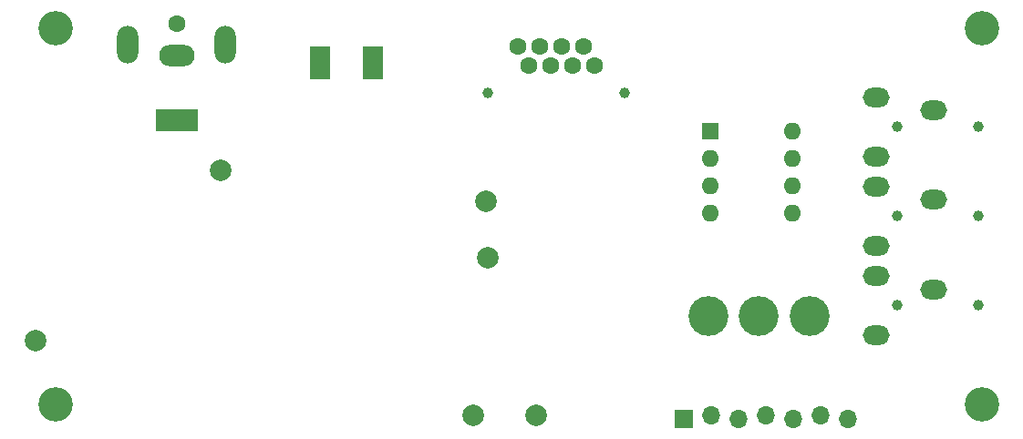
<source format=gbr>
%TF.GenerationSoftware,KiCad,Pcbnew,7.0.6*%
%TF.CreationDate,2023-08-31T11:47:23-07:00*%
%TF.ProjectId,dmxTx,646d7854-782e-46b6-9963-61645f706362,rev?*%
%TF.SameCoordinates,Original*%
%TF.FileFunction,Soldermask,Bot*%
%TF.FilePolarity,Negative*%
%FSLAX46Y46*%
G04 Gerber Fmt 4.6, Leading zero omitted, Abs format (unit mm)*
G04 Created by KiCad (PCBNEW 7.0.6) date 2023-08-31 11:47:23*
%MOMM*%
%LPD*%
G01*
G04 APERTURE LIST*
%ADD10C,1.000000*%
%ADD11C,1.600000*%
%ADD12O,2.000000X3.500000*%
%ADD13R,4.000000X2.000000*%
%ADD14O,3.300000X2.000000*%
%ADD15O,2.500000X1.800000*%
%ADD16C,3.200000*%
%ADD17R,1.600000X1.600000*%
%ADD18O,1.600000X1.600000*%
%ADD19C,2.000000*%
%ADD20R,1.700000X1.700000*%
%ADD21O,1.700000X1.700000*%
%ADD22C,3.700000*%
%ADD23R,1.960000X3.150000*%
G04 APERTURE END LIST*
D10*
%TO.C,CON1*%
X92125000Y-74020000D03*
X104825000Y-74020000D03*
D11*
X94920000Y-69700000D03*
X95940000Y-71480000D03*
X96960000Y-69700000D03*
X97980000Y-71480000D03*
X99000000Y-69700000D03*
X100020000Y-71480000D03*
X101040000Y-69700000D03*
X102060000Y-71480000D03*
%TD*%
D12*
%TO.C,J3*%
X67700000Y-69600000D03*
D11*
X63200000Y-67600000D03*
D12*
X58700000Y-69600000D03*
D13*
X63200000Y-76600000D03*
D14*
X63200000Y-70600000D03*
%TD*%
D10*
%TO.C,J6*%
X137622500Y-77200000D03*
X130122500Y-77200000D03*
D15*
X133522500Y-75700000D03*
X128222500Y-79950000D03*
X128222500Y-74450000D03*
%TD*%
D16*
%TO.C,H1*%
X52000000Y-68000000D03*
%TD*%
D17*
%TO.C,U4*%
X112800000Y-77600000D03*
D18*
X112800000Y-80140000D03*
X112800000Y-82680000D03*
X112800000Y-85220000D03*
X120420000Y-85220000D03*
X120420000Y-82680000D03*
X120420000Y-80140000D03*
X120420000Y-77600000D03*
%TD*%
D19*
%TO.C,TP10*%
X96600000Y-104000000D03*
%TD*%
D16*
%TO.C,H3*%
X138000000Y-68000000D03*
%TD*%
D10*
%TO.C,J8*%
X137622500Y-93800000D03*
X130122500Y-93800000D03*
D15*
X133522500Y-92300000D03*
X128222500Y-96550000D03*
X128222500Y-91050000D03*
%TD*%
D19*
%TO.C,TP9*%
X90800000Y-104000000D03*
%TD*%
D10*
%TO.C,J7*%
X137622500Y-85500000D03*
X130122500Y-85500000D03*
D15*
X133522500Y-84000000D03*
X128222500Y-88250000D03*
X128222500Y-82750000D03*
%TD*%
D19*
%TO.C,TP2*%
X67320000Y-81250000D03*
%TD*%
%TO.C,TP3*%
X92090000Y-89340000D03*
%TD*%
%TO.C,TP1*%
X91910000Y-84110000D03*
%TD*%
D16*
%TO.C,H4*%
X138000000Y-103000000D03*
%TD*%
%TO.C,H2*%
X52000000Y-103000000D03*
%TD*%
D20*
%TO.C,J1*%
X110340000Y-104403200D03*
D21*
X112880000Y-103996800D03*
X115420000Y-104403200D03*
X117960000Y-103996800D03*
X120500000Y-104403200D03*
X123040000Y-103996800D03*
X125580000Y-104403200D03*
%TD*%
D22*
%TO.C,SW1*%
X112600000Y-94800000D03*
X117300000Y-94800000D03*
X122000000Y-94800000D03*
%TD*%
D19*
%TO.C,TP5*%
X50080000Y-97070000D03*
%TD*%
D23*
%TO.C,F1*%
X76545000Y-71250000D03*
X81455000Y-71250000D03*
%TD*%
M02*

</source>
